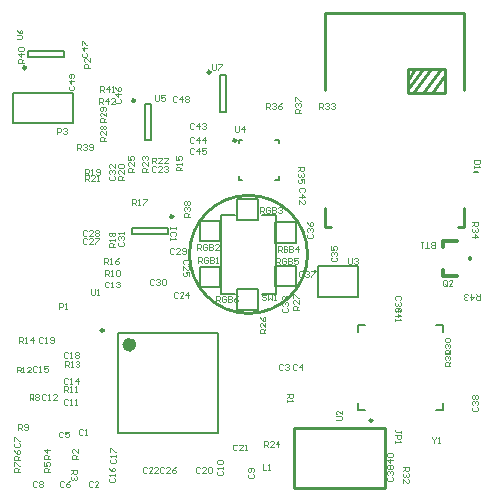
<source format=gto>
%FSAX43Y43*%
%MOMM*%
G71*
G01*
G75*
G04 Layer_Color=65535*
%ADD10C,0.203*%
%ADD11R,0.600X0.500*%
%ADD12R,1.270X0.914*%
%ADD13R,0.914X0.914*%
%ADD14R,0.650X1.100*%
%ADD15R,1.100X0.650*%
%ADD16R,0.500X0.600*%
%ADD17R,0.762X0.762*%
%ADD18R,0.762X0.762*%
%ADD19R,0.450X0.450*%
G04:AMPARAMS|DCode=20|XSize=5mm|YSize=5mm|CornerRadius=0.5mm|HoleSize=0mm|Usage=FLASHONLY|Rotation=90.000|XOffset=0mm|YOffset=0mm|HoleType=Round|Shape=RoundedRectangle|*
%AMROUNDEDRECTD20*
21,1,5.000,4.000,0,0,90.0*
21,1,4.000,5.000,0,0,90.0*
1,1,1.000,2.000,2.000*
1,1,1.000,2.000,-2.000*
1,1,1.000,-2.000,-2.000*
1,1,1.000,-2.000,2.000*
%
%ADD20ROUNDEDRECTD20*%
%ADD21O,1.050X0.250*%
%ADD22O,0.250X1.050*%
G04:AMPARAMS|DCode=23|XSize=0.25mm|YSize=0.7mm|CornerRadius=0.063mm|HoleSize=0mm|Usage=FLASHONLY|Rotation=90.000|XOffset=0mm|YOffset=0mm|HoleType=Round|Shape=RoundedRectangle|*
%AMROUNDEDRECTD23*
21,1,0.250,0.575,0,0,90.0*
21,1,0.125,0.700,0,0,90.0*
1,1,0.125,0.287,0.063*
1,1,0.125,0.287,-0.063*
1,1,0.125,-0.287,-0.063*
1,1,0.125,-0.287,0.063*
%
%ADD23ROUNDEDRECTD23*%
G04:AMPARAMS|DCode=24|XSize=0.25mm|YSize=0.7mm|CornerRadius=0.063mm|HoleSize=0mm|Usage=FLASHONLY|Rotation=0.000|XOffset=0mm|YOffset=0mm|HoleType=Round|Shape=RoundedRectangle|*
%AMROUNDEDRECTD24*
21,1,0.250,0.575,0,0,0.0*
21,1,0.125,0.700,0,0,0.0*
1,1,0.125,0.063,-0.287*
1,1,0.125,-0.063,-0.287*
1,1,0.125,-0.063,0.287*
1,1,0.125,0.063,0.287*
%
%ADD24ROUNDEDRECTD24*%
%ADD25R,1.700X1.700*%
%ADD26R,3.000X2.100*%
%ADD27R,1.600X0.800*%
G04:AMPARAMS|DCode=28|XSize=0.6mm|YSize=1.4mm|CornerRadius=0.15mm|HoleSize=0mm|Usage=FLASHONLY|Rotation=270.000|XOffset=0mm|YOffset=0mm|HoleType=Round|Shape=RoundedRectangle|*
%AMROUNDEDRECTD28*
21,1,0.600,1.100,0,0,270.0*
21,1,0.300,1.400,0,0,270.0*
1,1,0.300,-0.550,-0.150*
1,1,0.300,-0.550,0.150*
1,1,0.300,0.550,0.150*
1,1,0.300,0.550,-0.150*
%
%ADD28ROUNDEDRECTD28*%
G04:AMPARAMS|DCode=29|XSize=0.6mm|YSize=1.4mm|CornerRadius=0.15mm|HoleSize=0mm|Usage=FLASHONLY|Rotation=0.000|XOffset=0mm|YOffset=0mm|HoleType=Round|Shape=RoundedRectangle|*
%AMROUNDEDRECTD29*
21,1,0.600,1.100,0,0,0.0*
21,1,0.300,1.400,0,0,0.0*
1,1,0.300,0.150,-0.550*
1,1,0.300,-0.150,-0.550*
1,1,0.300,-0.150,0.550*
1,1,0.300,0.150,0.550*
%
%ADD29ROUNDEDRECTD29*%
%ADD30R,2.700X1.600*%
%ADD31R,2.400X1.600*%
%ADD32R,0.400X1.350*%
%ADD33R,0.800X1.000*%
%ADD34O,0.300X1.800*%
%ADD35O,1.800X0.300*%
%ADD36R,0.700X0.225*%
%ADD37R,0.400X2.000*%
%ADD38C,0.250*%
%ADD39C,0.225*%
%ADD40C,0.400*%
%ADD41C,0.254*%
%ADD42C,0.500*%
%ADD43C,1.524*%
%ADD44R,1.500X1.500*%
%ADD45C,1.500*%
%ADD46C,0.500*%
%ADD47C,0.600*%
%ADD48C,0.305*%
%ADD49C,0.200*%
%ADD50C,0.150*%
%ADD51C,0.070*%
D38*
X0013650Y0023200D02*
G03*
X0013650Y0023200I-0000125J0000000D01*
G01*
X0001200Y0035800D02*
G03*
X0001200Y0035800I-0000125J0000000D01*
G01*
X0016825Y0035425D02*
G03*
X0016825Y0035425I-0000125J0000000D01*
G01*
X0030525Y0005950D02*
G03*
X0030525Y0005950I-0000125J0000000D01*
G01*
X0018995Y0029651D02*
G03*
X0018995Y0029651I-0000125J0000000D01*
G01*
X0007775Y0013550D02*
G03*
X0007775Y0013550I-0000125J0000000D01*
G01*
X0010425Y0033025D02*
G03*
X0010425Y0033025I-0000125J0000000D01*
G01*
D41*
X0025039Y0020000D02*
G03*
X0025039Y0020000I-0005000J0000000D01*
G01*
X0025678Y0018535D02*
G03*
X0025680Y0018527I-0000008J-0000005D01*
G01*
X0033500Y0033700D02*
X0036700D01*
X0033500D02*
Y0035700D01*
X0036700D01*
Y0033700D02*
Y0035700D01*
X0035600Y0033700D02*
X0036700Y0035200D01*
X0034800Y0033700D02*
X0036300Y0035700D01*
X0034000Y0033700D02*
X0035500Y0035700D01*
X0033500Y0034000D02*
X0034800Y0035700D01*
X0033500Y0034800D02*
X0034100Y0035700D01*
X0026500Y0022300D02*
X0027000D01*
X0037800D02*
X0038300D01*
X0026500Y0040400D02*
X0038300D01*
X0026500Y0033900D02*
Y0040400D01*
X0038300Y0033900D02*
Y0040400D01*
X0026500Y0022300D02*
Y0023900D01*
X0038300Y0022300D02*
Y0023900D01*
X0023885Y0000255D02*
Y0005300D01*
X0031560D01*
Y0000260D02*
Y0005300D01*
X0030340Y0000260D02*
X0031560D01*
X0023885D02*
X0030340D01*
D47*
X0010250Y0012350D02*
G03*
X0010250Y0012350I-0000300J0000000D01*
G01*
D48*
X0036541Y0021113D02*
X0037684D01*
X0036541Y0018192D02*
X0037684D01*
X0036541Y0020605D02*
Y0021113D01*
X0038827Y0019589D02*
Y0019716D01*
X0036541Y0018192D02*
Y0018700D01*
D49*
X0013250Y0021750D02*
Y0022250D01*
X0010150Y0021750D02*
Y0022250D01*
X0013250D01*
X0010150Y0021750D02*
X0013250D01*
X0001350Y0036750D02*
Y0037250D01*
X0004450Y0036750D02*
Y0037250D01*
X0001350Y0036750D02*
X0004450D01*
X0001350Y0037250D02*
X0004450D01*
X0017650Y0035150D02*
X0018150D01*
X0017650Y0032050D02*
X0018150D01*
X0017650D02*
Y0035150D01*
X0018150Y0032050D02*
Y0035150D01*
X0029300Y0006800D02*
X0029875D01*
X0029300D02*
Y0007375D01*
X0035925Y0006800D02*
X0036500D01*
Y0007375D01*
X0035925Y0014000D02*
X0036500D01*
Y0013425D02*
Y0014000D01*
X0029300D02*
X0029875D01*
X0029300Y0013425D02*
Y0014000D01*
X0022300Y0029700D02*
X0022600D01*
Y0029400D02*
Y0029700D01*
X0019200Y0029400D02*
Y0029700D01*
X0019500D01*
X0019200Y0026300D02*
Y0026600D01*
Y0026300D02*
X0019500D01*
X0022600D02*
Y0026600D01*
X0022300Y0026300D02*
X0022600D01*
X0039150Y0027000D02*
X0039450D01*
X0000090Y0031130D02*
Y0033670D01*
X0005170D01*
Y0031130D02*
Y0033670D01*
X0000090Y0031130D02*
X0005170D01*
X0008950Y0004850D02*
X0017450D01*
X0008950Y0013350D02*
X0017450D01*
Y0004850D02*
Y0013350D01*
X0008950Y0004850D02*
Y0013350D01*
X0029320Y0016410D02*
Y0018980D01*
X0025910Y0016410D02*
X0029320D01*
X0025910Y0018980D02*
X0029320D01*
X0025910Y0016410D02*
Y0018980D01*
X0011250Y0032750D02*
X0011750D01*
X0011250Y0029650D02*
X0011750D01*
X0011250D02*
Y0032750D01*
X0011750Y0029650D02*
Y0032750D01*
D50*
X0022300Y0017300D02*
X0024050D01*
Y0019050D01*
X0022300D02*
X0024050D01*
X0022300Y0017300D02*
Y0019050D01*
Y0021000D02*
X0024050D01*
Y0022750D01*
X0022300D02*
X0024050D01*
X0022300Y0021000D02*
Y0022750D01*
X0019100Y0022900D02*
X0020850D01*
Y0024650D01*
X0019100D02*
X0020850D01*
X0019100Y0022900D02*
Y0024650D01*
X0015900Y0021100D02*
X0017650D01*
Y0022850D01*
X0015900D02*
X0017650D01*
X0015900Y0021100D02*
Y0022850D01*
Y0017200D02*
X0017650D01*
Y0018950D01*
X0015900D02*
X0017650D01*
X0015900Y0017200D02*
Y0018950D01*
X0019100Y0015300D02*
Y0017050D01*
X0020850D01*
Y0015300D02*
Y0017050D01*
X0019100Y0015300D02*
X0020850D01*
X0017725Y0023325D02*
X0018875D01*
X0021175D02*
X0022325D01*
X0017725Y0016675D02*
X0018875D01*
X0021175D02*
X0022325D01*
Y0023325D01*
X0017725Y0016675D02*
Y0023325D01*
D51*
X0039650Y0016675D02*
Y0016175D01*
X0039400D01*
X0039317Y0016258D01*
Y0016425D01*
X0039400Y0016508D01*
X0039650D01*
X0039483D02*
X0039317Y0016675D01*
X0038900D02*
Y0016175D01*
X0039150Y0016425D01*
X0038817D01*
X0038650Y0016258D02*
X0038567Y0016175D01*
X0038400D01*
X0038317Y0016258D01*
Y0016342D01*
X0038400Y0016425D01*
X0038484D01*
X0038400D01*
X0038317Y0016508D01*
Y0016592D01*
X0038400Y0016675D01*
X0038567D01*
X0038650Y0016592D01*
X0036808Y0017433D02*
Y0017767D01*
X0036725Y0017850D01*
X0036558D01*
X0036475Y0017767D01*
Y0017433D01*
X0036558Y0017350D01*
X0036725D01*
X0036642Y0017517D02*
X0036808Y0017350D01*
X0036725D02*
X0036808Y0017433D01*
X0037308Y0017350D02*
X0036975D01*
X0037308Y0017683D01*
Y0017767D01*
X0037225Y0017850D01*
X0037058D01*
X0036975Y0017767D01*
X0035567Y0004568D02*
Y0004485D01*
X0035733Y0004318D01*
X0035900Y0004485D01*
Y0004568D01*
X0035733Y0004318D02*
Y0004069D01*
X0036066D02*
X0036233D01*
X0036150D01*
Y0004568D01*
X0036066Y0004485D01*
X0011900Y0027700D02*
Y0028200D01*
X0012150D01*
X0012233Y0028117D01*
Y0027950D01*
X0012150Y0027867D01*
X0011900D01*
X0012067D02*
X0012233Y0027700D01*
X0012733D02*
X0012400D01*
X0012733Y0028033D01*
Y0028117D01*
X0012650Y0028200D01*
X0012483D01*
X0012400Y0028117D01*
X0013233Y0027700D02*
X0012900D01*
X0013233Y0028033D01*
Y0028117D01*
X0013150Y0028200D01*
X0012983D01*
X0012900Y0028117D01*
X0010200Y0024200D02*
Y0024700D01*
X0010450D01*
X0010533Y0024617D01*
Y0024450D01*
X0010450Y0024367D01*
X0010200D01*
X0010367D02*
X0010533Y0024200D01*
X0010700D02*
X0010866D01*
X0010783D01*
Y0024700D01*
X0010700Y0024617D01*
X0011116Y0024700D02*
X0011450D01*
Y0024617D01*
X0011116Y0024283D01*
Y0024200D01*
X0007800Y0019200D02*
Y0019700D01*
X0008050D01*
X0008133Y0019617D01*
Y0019450D01*
X0008050Y0019367D01*
X0007800D01*
X0007967D02*
X0008133Y0019200D01*
X0008300D02*
X0008466D01*
X0008383D01*
Y0019700D01*
X0008300Y0019617D01*
X0009050Y0019700D02*
X0008883Y0019617D01*
X0008716Y0019450D01*
Y0019283D01*
X0008800Y0019200D01*
X0008966D01*
X0009050Y0019283D01*
Y0019367D01*
X0008966Y0019450D01*
X0008716D01*
X0014400Y0027100D02*
X0013900D01*
Y0027350D01*
X0013983Y0027433D01*
X0014150D01*
X0014233Y0027350D01*
Y0027100D01*
Y0027267D02*
X0014400Y0027433D01*
Y0027600D02*
Y0027766D01*
Y0027683D01*
X0013900D01*
X0013983Y0027600D01*
X0013900Y0028350D02*
Y0028016D01*
X0014150D01*
X0014067Y0028183D01*
Y0028266D01*
X0014150Y0028350D01*
X0014317D01*
X0014400Y0028266D01*
Y0028100D01*
X0014317Y0028016D01*
X0013900Y0022300D02*
Y0022133D01*
Y0022217D01*
X0013400D01*
Y0022300D01*
Y0022133D01*
X0013817Y0021550D02*
X0013900Y0021634D01*
Y0021800D01*
X0013817Y0021883D01*
X0013483D01*
X0013400Y0021800D01*
Y0021634D01*
X0013483Y0021550D01*
X0013400Y0021384D02*
Y0021217D01*
Y0021300D01*
X0013900D01*
X0013817Y0021384D01*
X0012233Y0027417D02*
X0012150Y0027500D01*
X0011983D01*
X0011900Y0027417D01*
Y0027083D01*
X0011983Y0027000D01*
X0012150D01*
X0012233Y0027083D01*
X0012733Y0027000D02*
X0012400D01*
X0012733Y0027333D01*
Y0027417D01*
X0012650Y0027500D01*
X0012483D01*
X0012400Y0027417D01*
X0012900D02*
X0012983Y0027500D01*
X0013150D01*
X0013233Y0027417D01*
Y0027333D01*
X0013150Y0027250D01*
X0013066D01*
X0013150D01*
X0013233Y0027167D01*
Y0027083D01*
X0013150Y0027000D01*
X0012983D01*
X0012900Y0027083D01*
X0016950Y0036100D02*
Y0035683D01*
X0017033Y0035600D01*
X0017200D01*
X0017283Y0035683D01*
Y0036100D01*
X0017450D02*
X0017783D01*
Y0036017D01*
X0017450Y0035683D01*
Y0035600D01*
X0000400Y0038200D02*
X0000817D01*
X0000900Y0038283D01*
Y0038450D01*
X0000817Y0038533D01*
X0000400D01*
Y0039033D02*
X0000483Y0038866D01*
X0000650Y0038700D01*
X0000817D01*
X0000900Y0038783D01*
Y0038950D01*
X0000817Y0039033D01*
X0000733D01*
X0000650Y0038950D01*
Y0038700D01*
X0012100Y0033525D02*
Y0033108D01*
X0012183Y0033025D01*
X0012350D01*
X0012433Y0033108D01*
Y0033525D01*
X0012933D02*
X0012600D01*
Y0033275D01*
X0012766Y0033358D01*
X0012850D01*
X0012933Y0033275D01*
Y0033108D01*
X0012850Y0033025D01*
X0012683D01*
X0012600Y0033108D01*
X0028475Y0019675D02*
Y0019258D01*
X0028558Y0019175D01*
X0028725D01*
X0028808Y0019258D01*
Y0019675D01*
X0028975Y0019592D02*
X0029058Y0019675D01*
X0029225D01*
X0029308Y0019592D01*
Y0019508D01*
X0029225Y0019425D01*
X0029141D01*
X0029225D01*
X0029308Y0019342D01*
Y0019258D01*
X0029225Y0019175D01*
X0029058D01*
X0028975Y0019258D01*
X0006736Y0017080D02*
Y0016664D01*
X0006819Y0016580D01*
X0006986D01*
X0007069Y0016664D01*
Y0017080D01*
X0007236Y0016580D02*
X0007402D01*
X0007319D01*
Y0017080D01*
X0007236Y0016997D01*
X0021533Y0016517D02*
X0021450Y0016600D01*
X0021283D01*
X0021200Y0016517D01*
Y0016433D01*
X0021283Y0016350D01*
X0021450D01*
X0021533Y0016267D01*
Y0016183D01*
X0021450Y0016100D01*
X0021283D01*
X0021200Y0016183D01*
X0021700Y0016600D02*
Y0016100D01*
X0021866Y0016267D01*
X0022033Y0016100D01*
Y0016600D01*
X0022200Y0016100D02*
X0022366D01*
X0022283D01*
Y0016600D01*
X0022200Y0016517D01*
X0007375Y0032725D02*
Y0033225D01*
X0007625D01*
X0007708Y0033142D01*
Y0032975D01*
X0007625Y0032892D01*
X0007375D01*
X0007542D02*
X0007708Y0032725D01*
X0008125D02*
Y0033225D01*
X0007875Y0032975D01*
X0008208D01*
X0008708Y0032725D02*
X0008375D01*
X0008708Y0033058D01*
Y0033142D01*
X0008625Y0033225D01*
X0008458D01*
X0008375Y0033142D01*
X0007450Y0033775D02*
Y0034275D01*
X0007700D01*
X0007783Y0034192D01*
Y0034025D01*
X0007700Y0033942D01*
X0007450D01*
X0007617D02*
X0007783Y0033775D01*
X0008200D02*
Y0034275D01*
X0007950Y0034025D01*
X0008283D01*
X0008450Y0033775D02*
X0008616D01*
X0008533D01*
Y0034275D01*
X0008450Y0034192D01*
X0001000Y0036200D02*
X0000500D01*
Y0036450D01*
X0000583Y0036533D01*
X0000750D01*
X0000833Y0036450D01*
Y0036200D01*
Y0036367D02*
X0001000Y0036533D01*
Y0036950D02*
X0000500D01*
X0000750Y0036700D01*
Y0037033D01*
X0000583Y0037200D02*
X0000500Y0037283D01*
Y0037450D01*
X0000583Y0037533D01*
X0000917D01*
X0001000Y0037450D01*
Y0037283D01*
X0000917Y0037200D01*
X0000583D01*
X0005550Y0028850D02*
Y0029350D01*
X0005800D01*
X0005883Y0029267D01*
Y0029100D01*
X0005800Y0029017D01*
X0005550D01*
X0005717D02*
X0005883Y0028850D01*
X0006050Y0029267D02*
X0006133Y0029350D01*
X0006300D01*
X0006383Y0029267D01*
Y0029183D01*
X0006300Y0029100D01*
X0006216D01*
X0006300D01*
X0006383Y0029017D01*
Y0028933D01*
X0006300Y0028850D01*
X0006133D01*
X0006050Y0028933D01*
X0006550D02*
X0006633Y0028850D01*
X0006800D01*
X0006883Y0028933D01*
Y0029267D01*
X0006800Y0029350D01*
X0006633D01*
X0006550Y0029267D01*
Y0029183D01*
X0006633Y0029100D01*
X0006883D01*
X0024500Y0032000D02*
X0024000D01*
Y0032250D01*
X0024083Y0032333D01*
X0024250D01*
X0024333Y0032250D01*
Y0032000D01*
Y0032167D02*
X0024500Y0032333D01*
X0024083Y0032500D02*
X0024000Y0032583D01*
Y0032750D01*
X0024083Y0032833D01*
X0024167D01*
X0024250Y0032750D01*
Y0032666D01*
Y0032750D01*
X0024333Y0032833D01*
X0024417D01*
X0024500Y0032750D01*
Y0032583D01*
X0024417Y0032500D01*
X0024000Y0033000D02*
Y0033333D01*
X0024083D01*
X0024417Y0033000D01*
X0024500D01*
X0021500Y0032300D02*
Y0032800D01*
X0021750D01*
X0021833Y0032717D01*
Y0032550D01*
X0021750Y0032467D01*
X0021500D01*
X0021667D02*
X0021833Y0032300D01*
X0022000Y0032717D02*
X0022083Y0032800D01*
X0022250D01*
X0022333Y0032717D01*
Y0032633D01*
X0022250Y0032550D01*
X0022166D01*
X0022250D01*
X0022333Y0032467D01*
Y0032383D01*
X0022250Y0032300D01*
X0022083D01*
X0022000Y0032383D01*
X0022833Y0032800D02*
X0022666Y0032717D01*
X0022500Y0032550D01*
Y0032383D01*
X0022583Y0032300D01*
X0022750D01*
X0022833Y0032383D01*
Y0032467D01*
X0022750Y0032550D01*
X0022500D01*
X0024200Y0027400D02*
X0024700D01*
Y0027150D01*
X0024617Y0027067D01*
X0024450D01*
X0024367Y0027150D01*
Y0027400D01*
Y0027233D02*
X0024200Y0027067D01*
X0024617Y0026900D02*
X0024700Y0026817D01*
Y0026650D01*
X0024617Y0026567D01*
X0024533D01*
X0024450Y0026650D01*
Y0026734D01*
Y0026650D01*
X0024367Y0026567D01*
X0024283D01*
X0024200Y0026650D01*
Y0026817D01*
X0024283Y0026900D01*
X0024700Y0026067D02*
Y0026400D01*
X0024450D01*
X0024533Y0026234D01*
Y0026150D01*
X0024450Y0026067D01*
X0024283D01*
X0024200Y0026150D01*
Y0026317D01*
X0024283Y0026400D01*
X0039000Y0022700D02*
X0039500D01*
Y0022450D01*
X0039417Y0022367D01*
X0039250D01*
X0039167Y0022450D01*
Y0022700D01*
Y0022533D02*
X0039000Y0022367D01*
X0039417Y0022200D02*
X0039500Y0022117D01*
Y0021950D01*
X0039417Y0021867D01*
X0039333D01*
X0039250Y0021950D01*
Y0022034D01*
Y0021950D01*
X0039167Y0021867D01*
X0039083D01*
X0039000Y0021950D01*
Y0022117D01*
X0039083Y0022200D01*
X0039000Y0021450D02*
X0039500D01*
X0039250Y0021700D01*
Y0021367D01*
X0026000Y0032300D02*
Y0032800D01*
X0026250D01*
X0026333Y0032717D01*
Y0032550D01*
X0026250Y0032467D01*
X0026000D01*
X0026167D02*
X0026333Y0032300D01*
X0026500Y0032717D02*
X0026583Y0032800D01*
X0026750D01*
X0026833Y0032717D01*
Y0032633D01*
X0026750Y0032550D01*
X0026666D01*
X0026750D01*
X0026833Y0032467D01*
Y0032383D01*
X0026750Y0032300D01*
X0026583D01*
X0026500Y0032383D01*
X0027000Y0032717D02*
X0027083Y0032800D01*
X0027250D01*
X0027333Y0032717D01*
Y0032633D01*
X0027250Y0032550D01*
X0027166D01*
X0027250D01*
X0027333Y0032467D01*
Y0032383D01*
X0027250Y0032300D01*
X0027083D01*
X0027000Y0032383D01*
X0033100Y0002000D02*
X0033600D01*
Y0001750D01*
X0033517Y0001667D01*
X0033350D01*
X0033267Y0001750D01*
Y0002000D01*
Y0001833D02*
X0033100Y0001667D01*
X0033517Y0001500D02*
X0033600Y0001417D01*
Y0001250D01*
X0033517Y0001167D01*
X0033433D01*
X0033350Y0001250D01*
Y0001334D01*
Y0001250D01*
X0033267Y0001167D01*
X0033183D01*
X0033100Y0001250D01*
Y0001417D01*
X0033183Y0001500D01*
X0033100Y0000667D02*
Y0001000D01*
X0033433Y0000667D01*
X0033517D01*
X0033600Y0000750D01*
Y0000917D01*
X0033517Y0001000D01*
X0037136Y0010586D02*
X0036636D01*
Y0010836D01*
X0036720Y0010919D01*
X0036886D01*
X0036970Y0010836D01*
Y0010586D01*
Y0010753D02*
X0037136Y0010919D01*
X0036720Y0011086D02*
X0036636Y0011169D01*
Y0011336D01*
X0036720Y0011419D01*
X0036803D01*
X0036886Y0011336D01*
Y0011253D01*
Y0011336D01*
X0036970Y0011419D01*
X0037053D01*
X0037136Y0011336D01*
Y0011169D01*
X0037053Y0011086D01*
X0037136Y0011586D02*
Y0011752D01*
Y0011669D01*
X0036636D01*
X0036720Y0011586D01*
X0037136Y0011586D02*
X0036636D01*
Y0011836D01*
X0036720Y0011919D01*
X0036886D01*
X0036970Y0011836D01*
Y0011586D01*
Y0011753D02*
X0037136Y0011919D01*
X0036720Y0012086D02*
X0036636Y0012169D01*
Y0012336D01*
X0036720Y0012419D01*
X0036803D01*
X0036886Y0012336D01*
Y0012253D01*
Y0012336D01*
X0036970Y0012419D01*
X0037053D01*
X0037136Y0012336D01*
Y0012169D01*
X0037053Y0012086D01*
X0036720Y0012586D02*
X0036636Y0012669D01*
Y0012836D01*
X0036720Y0012919D01*
X0037053D01*
X0037136Y0012836D01*
Y0012669D01*
X0037053Y0012586D01*
X0036720D01*
X0007975Y0031175D02*
X0007475D01*
Y0031425D01*
X0007558Y0031508D01*
X0007725D01*
X0007808Y0031425D01*
Y0031175D01*
Y0031342D02*
X0007975Y0031508D01*
Y0032008D02*
Y0031675D01*
X0007642Y0032008D01*
X0007558D01*
X0007475Y0031925D01*
Y0031758D01*
X0007558Y0031675D01*
X0007892Y0032175D02*
X0007975Y0032258D01*
Y0032425D01*
X0007892Y0032508D01*
X0007558D01*
X0007475Y0032425D01*
Y0032258D01*
X0007558Y0032175D01*
X0007642D01*
X0007725Y0032258D01*
Y0032508D01*
X0007950Y0029575D02*
X0007450D01*
Y0029825D01*
X0007533Y0029908D01*
X0007700D01*
X0007783Y0029825D01*
Y0029575D01*
Y0029742D02*
X0007950Y0029908D01*
Y0030408D02*
Y0030075D01*
X0007617Y0030408D01*
X0007533D01*
X0007450Y0030325D01*
Y0030158D01*
X0007533Y0030075D01*
Y0030575D02*
X0007450Y0030658D01*
Y0030825D01*
X0007533Y0030908D01*
X0007617D01*
X0007700Y0030825D01*
X0007783Y0030908D01*
X0007867D01*
X0007950Y0030825D01*
Y0030658D01*
X0007867Y0030575D01*
X0007783D01*
X0007700Y0030658D01*
X0007617Y0030575D01*
X0007533D01*
X0007700Y0030658D02*
Y0030825D01*
X0024300Y0015275D02*
X0023800D01*
Y0015525D01*
X0023883Y0015608D01*
X0024050D01*
X0024133Y0015525D01*
Y0015275D01*
Y0015442D02*
X0024300Y0015608D01*
Y0016108D02*
Y0015775D01*
X0023967Y0016108D01*
X0023883D01*
X0023800Y0016025D01*
Y0015858D01*
X0023883Y0015775D01*
X0023800Y0016275D02*
Y0016608D01*
X0023883D01*
X0024217Y0016275D01*
X0024300D01*
X0021475Y0013375D02*
X0020975D01*
Y0013625D01*
X0021058Y0013708D01*
X0021225D01*
X0021308Y0013625D01*
Y0013375D01*
Y0013542D02*
X0021475Y0013708D01*
Y0014208D02*
Y0013875D01*
X0021142Y0014208D01*
X0021058D01*
X0020975Y0014125D01*
Y0013958D01*
X0021058Y0013875D01*
X0020975Y0014708D02*
X0021058Y0014541D01*
X0021225Y0014375D01*
X0021392D01*
X0021475Y0014458D01*
Y0014625D01*
X0021392Y0014708D01*
X0021308D01*
X0021225Y0014625D01*
Y0014375D01*
X0021325Y0003725D02*
Y0004225D01*
X0021575D01*
X0021658Y0004142D01*
Y0003975D01*
X0021575Y0003892D01*
X0021325D01*
X0021492D02*
X0021658Y0003725D01*
X0022158D02*
X0021825D01*
X0022158Y0004058D01*
Y0004142D01*
X0022075Y0004225D01*
X0021908D01*
X0021825Y0004142D01*
X0022575Y0003725D02*
Y0004225D01*
X0022325Y0003975D01*
X0022658D01*
X0010300Y0027000D02*
X0009800D01*
Y0027250D01*
X0009883Y0027333D01*
X0010050D01*
X0010133Y0027250D01*
Y0027000D01*
Y0027167D02*
X0010300Y0027333D01*
Y0027833D02*
Y0027500D01*
X0009967Y0027833D01*
X0009883D01*
X0009800Y0027750D01*
Y0027583D01*
X0009883Y0027500D01*
X0009800Y0028333D02*
Y0028000D01*
X0010050D01*
X0009967Y0028166D01*
Y0028250D01*
X0010050Y0028333D01*
X0010217D01*
X0010300Y0028250D01*
Y0028083D01*
X0010217Y0028000D01*
X0011500Y0027000D02*
X0011000D01*
Y0027250D01*
X0011083Y0027333D01*
X0011250D01*
X0011333Y0027250D01*
Y0027000D01*
Y0027167D02*
X0011500Y0027333D01*
Y0027833D02*
Y0027500D01*
X0011167Y0027833D01*
X0011083D01*
X0011000Y0027750D01*
Y0027583D01*
X0011083Y0027500D01*
Y0028000D02*
X0011000Y0028083D01*
Y0028250D01*
X0011083Y0028333D01*
X0011167D01*
X0011250Y0028250D01*
Y0028166D01*
Y0028250D01*
X0011333Y0028333D01*
X0011417D01*
X0011500Y0028250D01*
Y0028083D01*
X0011417Y0028000D01*
X0006200Y0026200D02*
Y0026700D01*
X0006450D01*
X0006533Y0026617D01*
Y0026450D01*
X0006450Y0026367D01*
X0006200D01*
X0006367D02*
X0006533Y0026200D01*
X0007033D02*
X0006700D01*
X0007033Y0026533D01*
Y0026617D01*
X0006950Y0026700D01*
X0006783D01*
X0006700Y0026617D01*
X0007200Y0026200D02*
X0007366D01*
X0007283D01*
Y0026700D01*
X0007200Y0026617D01*
X0009500Y0026300D02*
X0009000D01*
Y0026550D01*
X0009083Y0026633D01*
X0009250D01*
X0009333Y0026550D01*
Y0026300D01*
Y0026467D02*
X0009500Y0026633D01*
Y0027133D02*
Y0026800D01*
X0009167Y0027133D01*
X0009083D01*
X0009000Y0027050D01*
Y0026883D01*
X0009083Y0026800D01*
Y0027300D02*
X0009000Y0027383D01*
Y0027550D01*
X0009083Y0027633D01*
X0009417D01*
X0009500Y0027550D01*
Y0027383D01*
X0009417Y0027300D01*
X0009083D01*
X0006200Y0026700D02*
Y0027200D01*
X0006450D01*
X0006533Y0027117D01*
Y0026950D01*
X0006450Y0026867D01*
X0006200D01*
X0006367D02*
X0006533Y0026700D01*
X0006700D02*
X0006866D01*
X0006783D01*
Y0027200D01*
X0006700Y0027117D01*
X0007116Y0026783D02*
X0007200Y0026700D01*
X0007366D01*
X0007450Y0026783D01*
Y0027117D01*
X0007366Y0027200D01*
X0007200D01*
X0007116Y0027117D01*
Y0027033D01*
X0007200Y0026950D01*
X0007450D01*
X0008700Y0020600D02*
X0008200D01*
Y0020850D01*
X0008283Y0020933D01*
X0008450D01*
X0008533Y0020850D01*
Y0020600D01*
Y0020767D02*
X0008700Y0020933D01*
Y0021100D02*
Y0021266D01*
Y0021183D01*
X0008200D01*
X0008283Y0021100D01*
Y0021516D02*
X0008200Y0021600D01*
Y0021766D01*
X0008283Y0021850D01*
X0008367D01*
X0008450Y0021766D01*
X0008533Y0021850D01*
X0008617D01*
X0008700Y0021766D01*
Y0021600D01*
X0008617Y0021516D01*
X0008533D01*
X0008450Y0021600D01*
X0008367Y0021516D01*
X0008283D01*
X0008450Y0021600D02*
Y0021766D01*
X0000625Y0012500D02*
Y0013000D01*
X0000875D01*
X0000958Y0012917D01*
Y0012750D01*
X0000875Y0012667D01*
X0000625D01*
X0000792D02*
X0000958Y0012500D01*
X0001125D02*
X0001291D01*
X0001208D01*
Y0013000D01*
X0001125Y0012917D01*
X0001791Y0012500D02*
Y0013000D01*
X0001541Y0012750D01*
X0001875D01*
X0004475Y0010500D02*
Y0011000D01*
X0004725D01*
X0004808Y0010917D01*
Y0010750D01*
X0004725Y0010667D01*
X0004475D01*
X0004642D02*
X0004808Y0010500D01*
X0004975D02*
X0005141D01*
X0005058D01*
Y0011000D01*
X0004975Y0010917D01*
X0005391D02*
X0005475Y0011000D01*
X0005641D01*
X0005725Y0010917D01*
Y0010833D01*
X0005641Y0010750D01*
X0005558D01*
X0005641D01*
X0005725Y0010667D01*
Y0010583D01*
X0005641Y0010500D01*
X0005475D01*
X0005391Y0010583D01*
X0000400Y0010000D02*
Y0010500D01*
X0000650D01*
X0000733Y0010417D01*
Y0010250D01*
X0000650Y0010167D01*
X0000400D01*
X0000567D02*
X0000733Y0010000D01*
X0000900D02*
X0001066D01*
X0000983D01*
Y0010500D01*
X0000900Y0010417D01*
X0001650Y0010000D02*
X0001316D01*
X0001650Y0010333D01*
Y0010417D01*
X0001566Y0010500D01*
X0001400D01*
X0001316Y0010417D01*
X0004400Y0008325D02*
Y0008825D01*
X0004650D01*
X0004733Y0008742D01*
Y0008575D01*
X0004650Y0008492D01*
X0004400D01*
X0004567D02*
X0004733Y0008325D01*
X0004900D02*
X0005066D01*
X0004983D01*
Y0008825D01*
X0004900Y0008742D01*
X0005316Y0008325D02*
X0005483D01*
X0005400D01*
Y0008825D01*
X0005316Y0008742D01*
X0007900Y0018200D02*
Y0018700D01*
X0008150D01*
X0008233Y0018617D01*
Y0018450D01*
X0008150Y0018367D01*
X0007900D01*
X0008067D02*
X0008233Y0018200D01*
X0008400D02*
X0008566D01*
X0008483D01*
Y0018700D01*
X0008400Y0018617D01*
X0008816D02*
X0008900Y0018700D01*
X0009066D01*
X0009150Y0018617D01*
Y0018283D01*
X0009066Y0018200D01*
X0008900D01*
X0008816Y0018283D01*
Y0018617D01*
X0000550Y0005100D02*
Y0005600D01*
X0000800D01*
X0000883Y0005517D01*
Y0005350D01*
X0000800Y0005267D01*
X0000550D01*
X0000717D02*
X0000883Y0005100D01*
X0001050Y0005183D02*
X0001133Y0005100D01*
X0001300D01*
X0001383Y0005183D01*
Y0005517D01*
X0001300Y0005600D01*
X0001133D01*
X0001050Y0005517D01*
Y0005433D01*
X0001133Y0005350D01*
X0001383D01*
X0001500Y0007700D02*
Y0008200D01*
X0001750D01*
X0001833Y0008117D01*
Y0007950D01*
X0001750Y0007867D01*
X0001500D01*
X0001667D02*
X0001833Y0007700D01*
X0002000Y0008117D02*
X0002083Y0008200D01*
X0002250D01*
X0002333Y0008117D01*
Y0008033D01*
X0002250Y0007950D01*
X0002333Y0007867D01*
Y0007783D01*
X0002250Y0007700D01*
X0002083D01*
X0002000Y0007783D01*
Y0007867D01*
X0002083Y0007950D01*
X0002000Y0008033D01*
Y0008117D01*
X0002083Y0007950D02*
X0002250D01*
X0000700Y0001600D02*
X0000200D01*
Y0001850D01*
X0000283Y0001933D01*
X0000450D01*
X0000533Y0001850D01*
Y0001600D01*
Y0001767D02*
X0000700Y0001933D01*
X0000200Y0002100D02*
Y0002433D01*
X0000283D01*
X0000617Y0002100D01*
X0000700D01*
Y0002600D02*
X0000200D01*
Y0002850D01*
X0000283Y0002933D01*
X0000450D01*
X0000533Y0002850D01*
Y0002600D01*
Y0002767D02*
X0000700Y0002933D01*
X0000200Y0003433D02*
X0000283Y0003266D01*
X0000450Y0003100D01*
X0000617D01*
X0000700Y0003183D01*
Y0003350D01*
X0000617Y0003433D01*
X0000533D01*
X0000450Y0003350D01*
Y0003100D01*
X0003200Y0001600D02*
X0002700D01*
Y0001850D01*
X0002783Y0001933D01*
X0002950D01*
X0003033Y0001850D01*
Y0001600D01*
Y0001767D02*
X0003200Y0001933D01*
X0002700Y0002433D02*
Y0002100D01*
X0002950D01*
X0002867Y0002266D01*
Y0002350D01*
X0002950Y0002433D01*
X0003117D01*
X0003200Y0002350D01*
Y0002183D01*
X0003117Y0002100D01*
X0003200Y0002700D02*
X0002700D01*
Y0002950D01*
X0002783Y0003033D01*
X0002950D01*
X0003033Y0002950D01*
Y0002700D01*
Y0002867D02*
X0003200Y0003033D01*
Y0003450D02*
X0002700D01*
X0002950Y0003200D01*
Y0003533D01*
X0005000Y0001700D02*
X0005500D01*
Y0001450D01*
X0005417Y0001367D01*
X0005250D01*
X0005167Y0001450D01*
Y0001700D01*
Y0001533D02*
X0005000Y0001367D01*
X0005417Y0001200D02*
X0005500Y0001117D01*
Y0000950D01*
X0005417Y0000867D01*
X0005333D01*
X0005250Y0000950D01*
Y0001034D01*
Y0000950D01*
X0005167Y0000867D01*
X0005083D01*
X0005000Y0000950D01*
Y0001117D01*
X0005083Y0001200D01*
X0005600Y0002700D02*
X0005100D01*
Y0002950D01*
X0005183Y0003033D01*
X0005350D01*
X0005433Y0002950D01*
Y0002700D01*
Y0002867D02*
X0005600Y0003033D01*
Y0003533D02*
Y0003200D01*
X0005267Y0003533D01*
X0005183D01*
X0005100Y0003450D01*
Y0003283D01*
X0005183Y0003200D01*
X0023300Y0008200D02*
X0023800D01*
Y0007950D01*
X0023717Y0007867D01*
X0023550D01*
X0023467Y0007950D01*
Y0008200D01*
Y0008033D02*
X0023300Y0007867D01*
Y0007700D02*
Y0007534D01*
Y0007617D01*
X0023800D01*
X0023717Y0007700D01*
X0003800Y0030200D02*
Y0030700D01*
X0004050D01*
X0004133Y0030617D01*
Y0030450D01*
X0004050Y0030367D01*
X0003800D01*
X0004300Y0030617D02*
X0004383Y0030700D01*
X0004550D01*
X0004633Y0030617D01*
Y0030533D01*
X0004550Y0030450D01*
X0004466D01*
X0004550D01*
X0004633Y0030367D01*
Y0030283D01*
X0004550Y0030200D01*
X0004383D01*
X0004300Y0030283D01*
X0006600Y0035800D02*
X0006100D01*
Y0036050D01*
X0006183Y0036133D01*
X0006350D01*
X0006433Y0036050D01*
Y0035800D01*
X0006600Y0036633D02*
Y0036300D01*
X0006267Y0036633D01*
X0006183D01*
X0006100Y0036550D01*
Y0036383D01*
X0006183Y0036300D01*
X0021225Y0002250D02*
Y0001750D01*
X0021558D01*
X0021725D02*
X0021891D01*
X0021808D01*
Y0002250D01*
X0021725Y0002167D01*
X0032961Y0004842D02*
Y0005008D01*
Y0004925D01*
X0032544D01*
X0032461Y0005008D01*
Y0005092D01*
X0032544Y0005175D01*
X0032461Y0004675D02*
X0032961D01*
Y0004425D01*
X0032877Y0004342D01*
X0032711D01*
X0032628Y0004425D01*
Y0004675D01*
X0032461Y0004175D02*
Y0004009D01*
Y0004092D01*
X0032961D01*
X0032877Y0004175D01*
X0039600Y0028000D02*
X0039100D01*
Y0027750D01*
X0039183Y0027667D01*
X0039517D01*
X0039600Y0027750D01*
Y0028000D01*
X0039100Y0027500D02*
Y0027334D01*
Y0027417D01*
X0039600D01*
X0039517Y0027500D01*
X0005983Y0037033D02*
X0005900Y0036950D01*
Y0036783D01*
X0005983Y0036700D01*
X0006317D01*
X0006400Y0036783D01*
Y0036950D01*
X0006317Y0037033D01*
X0006400Y0037450D02*
X0005900D01*
X0006150Y0037200D01*
Y0037533D01*
X0005900Y0037700D02*
Y0038033D01*
X0005983D01*
X0006317Y0037700D01*
X0006400D01*
X0014008Y0033292D02*
X0013925Y0033375D01*
X0013758D01*
X0013675Y0033292D01*
Y0032958D01*
X0013758Y0032875D01*
X0013925D01*
X0014008Y0032958D01*
X0014425Y0032875D02*
Y0033375D01*
X0014175Y0033125D01*
X0014508D01*
X0014675Y0033292D02*
X0014758Y0033375D01*
X0014925D01*
X0015008Y0033292D01*
Y0033208D01*
X0014925Y0033125D01*
X0015008Y0033042D01*
Y0032958D01*
X0014925Y0032875D01*
X0014758D01*
X0014675Y0032958D01*
Y0033042D01*
X0014758Y0033125D01*
X0014675Y0033208D01*
Y0033292D01*
X0014758Y0033125D02*
X0014925D01*
X0008833Y0033183D02*
X0008750Y0033100D01*
Y0032933D01*
X0008833Y0032850D01*
X0009167D01*
X0009250Y0032933D01*
Y0033100D01*
X0009167Y0033183D01*
X0009250Y0033600D02*
X0008750D01*
X0009000Y0033350D01*
Y0033683D01*
X0008750Y0034183D02*
X0008833Y0034016D01*
X0009000Y0033850D01*
X0009167D01*
X0009250Y0033933D01*
Y0034100D01*
X0009167Y0034183D01*
X0009083D01*
X0009000Y0034100D01*
Y0033850D01*
X0015433Y0028917D02*
X0015350Y0029000D01*
X0015183D01*
X0015100Y0028917D01*
Y0028583D01*
X0015183Y0028500D01*
X0015350D01*
X0015433Y0028583D01*
X0015850Y0028500D02*
Y0029000D01*
X0015600Y0028750D01*
X0015933D01*
X0016433Y0029000D02*
X0016100D01*
Y0028750D01*
X0016266Y0028833D01*
X0016350D01*
X0016433Y0028750D01*
Y0028583D01*
X0016350Y0028500D01*
X0016183D01*
X0016100Y0028583D01*
X0015433Y0029817D02*
X0015350Y0029900D01*
X0015183D01*
X0015100Y0029817D01*
Y0029483D01*
X0015183Y0029400D01*
X0015350D01*
X0015433Y0029483D01*
X0015850Y0029400D02*
Y0029900D01*
X0015600Y0029650D01*
X0015933D01*
X0016350Y0029400D02*
Y0029900D01*
X0016100Y0029650D01*
X0016433D01*
X0015433Y0031017D02*
X0015350Y0031100D01*
X0015183D01*
X0015100Y0031017D01*
Y0030683D01*
X0015183Y0030600D01*
X0015350D01*
X0015433Y0030683D01*
X0015850Y0030600D02*
Y0031100D01*
X0015600Y0030850D01*
X0015933D01*
X0016100Y0031017D02*
X0016183Y0031100D01*
X0016350D01*
X0016433Y0031017D01*
Y0030933D01*
X0016350Y0030850D01*
X0016266D01*
X0016350D01*
X0016433Y0030767D01*
Y0030683D01*
X0016350Y0030600D01*
X0016183D01*
X0016100Y0030683D01*
X0031820Y0002144D02*
X0031736Y0002061D01*
Y0001894D01*
X0031820Y0001811D01*
X0032153D01*
X0032236Y0001894D01*
Y0002061D01*
X0032153Y0002144D01*
X0032236Y0002561D02*
X0031736D01*
X0031986Y0002311D01*
Y0002644D01*
X0031820Y0002811D02*
X0031736Y0002894D01*
Y0003061D01*
X0031820Y0003144D01*
X0032153D01*
X0032236Y0003061D01*
Y0002894D01*
X0032153Y0002811D01*
X0031820D01*
Y0001144D02*
X0031736Y0001061D01*
Y0000894D01*
X0031820Y0000811D01*
X0032153D01*
X0032236Y0000894D01*
Y0001061D01*
X0032153Y0001144D01*
X0031820Y0001311D02*
X0031736Y0001394D01*
Y0001561D01*
X0031820Y0001644D01*
X0031903D01*
X0031986Y0001561D01*
Y0001478D01*
Y0001561D01*
X0032070Y0001644D01*
X0032153D01*
X0032236Y0001561D01*
Y0001394D01*
X0032153Y0001311D01*
Y0001811D02*
X0032236Y0001894D01*
Y0002061D01*
X0032153Y0002144D01*
X0031820D01*
X0031736Y0002061D01*
Y0001894D01*
X0031820Y0001811D01*
X0031903D01*
X0031986Y0001894D01*
Y0002144D01*
X0039083Y0007108D02*
X0039000Y0007025D01*
Y0006858D01*
X0039083Y0006775D01*
X0039417D01*
X0039500Y0006858D01*
Y0007025D01*
X0039417Y0007108D01*
X0039083Y0007275D02*
X0039000Y0007358D01*
Y0007525D01*
X0039083Y0007608D01*
X0039167D01*
X0039250Y0007525D01*
Y0007441D01*
Y0007525D01*
X0039333Y0007608D01*
X0039417D01*
X0039500Y0007525D01*
Y0007358D01*
X0039417Y0007275D01*
X0039083Y0007775D02*
X0039000Y0007858D01*
Y0008025D01*
X0039083Y0008108D01*
X0039167D01*
X0039250Y0008025D01*
X0039333Y0008108D01*
X0039417D01*
X0039500Y0008025D01*
Y0007858D01*
X0039417Y0007775D01*
X0039333D01*
X0039250Y0007858D01*
X0039167Y0007775D01*
X0039083D01*
X0039250Y0007858D02*
Y0008025D01*
X0024644Y0018480D02*
X0024561Y0018564D01*
X0024394D01*
X0024311Y0018480D01*
Y0018147D01*
X0024394Y0018064D01*
X0024561D01*
X0024644Y0018147D01*
X0024811Y0018480D02*
X0024894Y0018564D01*
X0025061D01*
X0025144Y0018480D01*
Y0018397D01*
X0025061Y0018314D01*
X0024978D01*
X0025061D01*
X0025144Y0018230D01*
Y0018147D01*
X0025061Y0018064D01*
X0024894D01*
X0024811Y0018147D01*
X0025311Y0018564D02*
X0025644D01*
Y0018480D01*
X0025311Y0018147D01*
Y0018064D01*
X0025108Y0021733D02*
X0025025Y0021650D01*
Y0021483D01*
X0025108Y0021400D01*
X0025442D01*
X0025525Y0021483D01*
Y0021650D01*
X0025442Y0021733D01*
X0025108Y0021900D02*
X0025025Y0021983D01*
Y0022150D01*
X0025108Y0022233D01*
X0025192D01*
X0025275Y0022150D01*
Y0022066D01*
Y0022150D01*
X0025358Y0022233D01*
X0025442D01*
X0025525Y0022150D01*
Y0021983D01*
X0025442Y0021900D01*
X0025025Y0022733D02*
X0025108Y0022566D01*
X0025275Y0022400D01*
X0025442D01*
X0025525Y0022483D01*
Y0022650D01*
X0025442Y0022733D01*
X0025358D01*
X0025275Y0022650D01*
Y0022400D01*
X0027108Y0019733D02*
X0027025Y0019650D01*
Y0019483D01*
X0027108Y0019400D01*
X0027442D01*
X0027525Y0019483D01*
Y0019650D01*
X0027442Y0019733D01*
X0027108Y0019900D02*
X0027025Y0019983D01*
Y0020150D01*
X0027108Y0020233D01*
X0027192D01*
X0027275Y0020150D01*
Y0020066D01*
Y0020150D01*
X0027358Y0020233D01*
X0027442D01*
X0027525Y0020150D01*
Y0019983D01*
X0027442Y0019900D01*
X0027025Y0020733D02*
Y0020400D01*
X0027275D01*
X0027192Y0020566D01*
Y0020650D01*
X0027275Y0020733D01*
X0027442D01*
X0027525Y0020650D01*
Y0020483D01*
X0027442Y0020400D01*
X0032880Y0016156D02*
X0032964Y0016239D01*
Y0016406D01*
X0032880Y0016489D01*
X0032547D01*
X0032464Y0016406D01*
Y0016239D01*
X0032547Y0016156D01*
X0032880Y0015989D02*
X0032964Y0015906D01*
Y0015739D01*
X0032880Y0015656D01*
X0032797D01*
X0032714Y0015739D01*
Y0015822D01*
Y0015739D01*
X0032630Y0015656D01*
X0032547D01*
X0032464Y0015739D01*
Y0015906D01*
X0032547Y0015989D01*
X0032464Y0015239D02*
X0032964D01*
X0032714Y0015489D01*
Y0015156D01*
X0022983Y0015433D02*
X0022900Y0015350D01*
Y0015183D01*
X0022983Y0015100D01*
X0023317D01*
X0023400Y0015183D01*
Y0015350D01*
X0023317Y0015433D01*
X0022983Y0015600D02*
X0022900Y0015683D01*
Y0015850D01*
X0022983Y0015933D01*
X0023067D01*
X0023150Y0015850D01*
Y0015766D01*
Y0015850D01*
X0023233Y0015933D01*
X0023317D01*
X0023400Y0015850D01*
Y0015683D01*
X0023317Y0015600D01*
X0022983Y0016100D02*
X0022900Y0016183D01*
Y0016350D01*
X0022983Y0016433D01*
X0023067D01*
X0023150Y0016350D01*
Y0016266D01*
Y0016350D01*
X0023233Y0016433D01*
X0023317D01*
X0023400Y0016350D01*
Y0016183D01*
X0023317Y0016100D01*
X0012033Y0017817D02*
X0011950Y0017900D01*
X0011783D01*
X0011700Y0017817D01*
Y0017483D01*
X0011783Y0017400D01*
X0011950D01*
X0012033Y0017483D01*
X0012200Y0017817D02*
X0012283Y0017900D01*
X0012450D01*
X0012533Y0017817D01*
Y0017733D01*
X0012450Y0017650D01*
X0012366D01*
X0012450D01*
X0012533Y0017567D01*
Y0017483D01*
X0012450Y0017400D01*
X0012283D01*
X0012200Y0017483D01*
X0012700Y0017817D02*
X0012783Y0017900D01*
X0012950D01*
X0013033Y0017817D01*
Y0017483D01*
X0012950Y0017400D01*
X0012783D01*
X0012700Y0017483D01*
Y0017817D01*
X0013733Y0020417D02*
X0013650Y0020500D01*
X0013483D01*
X0013400Y0020417D01*
Y0020083D01*
X0013483Y0020000D01*
X0013650D01*
X0013733Y0020083D01*
X0014233Y0020000D02*
X0013900D01*
X0014233Y0020333D01*
Y0020417D01*
X0014150Y0020500D01*
X0013983D01*
X0013900Y0020417D01*
X0014400Y0020083D02*
X0014483Y0020000D01*
X0014650D01*
X0014733Y0020083D01*
Y0020417D01*
X0014650Y0020500D01*
X0014483D01*
X0014400Y0020417D01*
Y0020333D01*
X0014483Y0020250D01*
X0014733D01*
X0008283Y0026633D02*
X0008200Y0026550D01*
Y0026383D01*
X0008283Y0026300D01*
X0008617D01*
X0008700Y0026383D01*
Y0026550D01*
X0008617Y0026633D01*
X0008283Y0026800D02*
X0008200Y0026883D01*
Y0027050D01*
X0008283Y0027133D01*
X0008367D01*
X0008450Y0027050D01*
Y0026966D01*
Y0027050D01*
X0008533Y0027133D01*
X0008617D01*
X0008700Y0027050D01*
Y0026883D01*
X0008617Y0026800D01*
X0008700Y0027633D02*
Y0027300D01*
X0008367Y0027633D01*
X0008283D01*
X0008200Y0027550D01*
Y0027383D01*
X0008283Y0027300D01*
X0009083Y0021033D02*
X0009000Y0020950D01*
Y0020783D01*
X0009083Y0020700D01*
X0009417D01*
X0009500Y0020783D01*
Y0020950D01*
X0009417Y0021033D01*
X0009083Y0021200D02*
X0009000Y0021283D01*
Y0021450D01*
X0009083Y0021533D01*
X0009167D01*
X0009250Y0021450D01*
Y0021366D01*
Y0021450D01*
X0009333Y0021533D01*
X0009417D01*
X0009500Y0021450D01*
Y0021283D01*
X0009417Y0021200D01*
X0009500Y0021700D02*
Y0021866D01*
Y0021783D01*
X0009000D01*
X0009083Y0021700D01*
X0006383Y0021967D02*
X0006300Y0022050D01*
X0006133D01*
X0006050Y0021967D01*
Y0021633D01*
X0006133Y0021550D01*
X0006300D01*
X0006383Y0021633D01*
X0006883Y0021550D02*
X0006550D01*
X0006883Y0021883D01*
Y0021967D01*
X0006800Y0022050D01*
X0006633D01*
X0006550Y0021967D01*
X0007050D02*
X0007133Y0022050D01*
X0007300D01*
X0007383Y0021967D01*
Y0021883D01*
X0007300Y0021800D01*
X0007383Y0021717D01*
Y0021633D01*
X0007300Y0021550D01*
X0007133D01*
X0007050Y0021633D01*
Y0021717D01*
X0007133Y0021800D01*
X0007050Y0021883D01*
Y0021967D01*
X0007133Y0021800D02*
X0007300D01*
X0006383Y0021317D02*
X0006300Y0021400D01*
X0006133D01*
X0006050Y0021317D01*
Y0020983D01*
X0006133Y0020900D01*
X0006300D01*
X0006383Y0020983D01*
X0006883Y0020900D02*
X0006550D01*
X0006883Y0021233D01*
Y0021317D01*
X0006800Y0021400D01*
X0006633D01*
X0006550Y0021317D01*
X0007050Y0021400D02*
X0007383D01*
Y0021317D01*
X0007050Y0020983D01*
Y0020900D01*
X0012883Y0001942D02*
X0012800Y0002025D01*
X0012633D01*
X0012550Y0001942D01*
Y0001608D01*
X0012633Y0001525D01*
X0012800D01*
X0012883Y0001608D01*
X0013383Y0001525D02*
X0013050D01*
X0013383Y0001858D01*
Y0001942D01*
X0013300Y0002025D01*
X0013133D01*
X0013050Y0001942D01*
X0013883Y0002025D02*
X0013716Y0001942D01*
X0013550Y0001775D01*
Y0001608D01*
X0013633Y0001525D01*
X0013800D01*
X0013883Y0001608D01*
Y0001692D01*
X0013800Y0001775D01*
X0013550D01*
X0014917Y0019167D02*
X0015000Y0019250D01*
Y0019417D01*
X0014917Y0019500D01*
X0014583D01*
X0014500Y0019417D01*
Y0019250D01*
X0014583Y0019167D01*
X0014500Y0018667D02*
Y0019000D01*
X0014833Y0018667D01*
X0014917D01*
X0015000Y0018750D01*
Y0018917D01*
X0014917Y0019000D01*
X0015000Y0018167D02*
Y0018500D01*
X0014750D01*
X0014833Y0018334D01*
Y0018250D01*
X0014750Y0018167D01*
X0014583D01*
X0014500Y0018250D01*
Y0018417D01*
X0014583Y0018500D01*
X0014033Y0016717D02*
X0013950Y0016800D01*
X0013783D01*
X0013700Y0016717D01*
Y0016383D01*
X0013783Y0016300D01*
X0013950D01*
X0014033Y0016383D01*
X0014533Y0016300D02*
X0014200D01*
X0014533Y0016633D01*
Y0016717D01*
X0014450Y0016800D01*
X0014283D01*
X0014200Y0016717D01*
X0014950Y0016300D02*
Y0016800D01*
X0014700Y0016550D01*
X0015033D01*
X0008433Y0002708D02*
X0008350Y0002625D01*
Y0002458D01*
X0008433Y0002375D01*
X0008767D01*
X0008850Y0002458D01*
Y0002625D01*
X0008767Y0002708D01*
X0008850Y0002875D02*
Y0003041D01*
Y0002958D01*
X0008350D01*
X0008433Y0002875D01*
X0008350Y0003291D02*
Y0003625D01*
X0008433D01*
X0008767Y0003291D01*
X0008850D01*
X0008308Y0001033D02*
X0008225Y0000950D01*
Y0000783D01*
X0008308Y0000700D01*
X0008642D01*
X0008725Y0000783D01*
Y0000950D01*
X0008642Y0001033D01*
X0008725Y0001200D02*
Y0001366D01*
Y0001283D01*
X0008225D01*
X0008308Y0001200D01*
X0008225Y0001950D02*
X0008308Y0001783D01*
X0008475Y0001616D01*
X0008642D01*
X0008725Y0001700D01*
Y0001866D01*
X0008642Y0001950D01*
X0008558D01*
X0008475Y0001866D01*
Y0001616D01*
X0011408Y0001942D02*
X0011325Y0002025D01*
X0011158D01*
X0011075Y0001942D01*
Y0001608D01*
X0011158Y0001525D01*
X0011325D01*
X0011408Y0001608D01*
X0011908Y0001525D02*
X0011575D01*
X0011908Y0001858D01*
Y0001942D01*
X0011825Y0002025D01*
X0011658D01*
X0011575Y0001942D01*
X0012408Y0001525D02*
X0012075D01*
X0012408Y0001858D01*
Y0001942D01*
X0012325Y0002025D01*
X0012158D01*
X0012075Y0001942D01*
X0019058Y0003817D02*
X0018975Y0003900D01*
X0018808D01*
X0018725Y0003817D01*
Y0003483D01*
X0018808Y0003400D01*
X0018975D01*
X0019058Y0003483D01*
X0019558Y0003400D02*
X0019225D01*
X0019558Y0003733D01*
Y0003817D01*
X0019475Y0003900D01*
X0019308D01*
X0019225Y0003817D01*
X0019725Y0003400D02*
X0019891D01*
X0019808D01*
Y0003900D01*
X0019725Y0003817D01*
X0015933Y0001917D02*
X0015850Y0002000D01*
X0015683D01*
X0015600Y0001917D01*
Y0001583D01*
X0015683Y0001500D01*
X0015850D01*
X0015933Y0001583D01*
X0016433Y0001500D02*
X0016100D01*
X0016433Y0001833D01*
Y0001917D01*
X0016350Y0002000D01*
X0016183D01*
X0016100Y0001917D01*
X0016600D02*
X0016683Y0002000D01*
X0016850D01*
X0016933Y0001917D01*
Y0001583D01*
X0016850Y0001500D01*
X0016683D01*
X0016600Y0001583D01*
Y0001917D01*
X0002633Y0012892D02*
X0002550Y0012975D01*
X0002383D01*
X0002300Y0012892D01*
Y0012558D01*
X0002383Y0012475D01*
X0002550D01*
X0002633Y0012558D01*
X0002800Y0012475D02*
X0002966D01*
X0002883D01*
Y0012975D01*
X0002800Y0012892D01*
X0003216Y0012558D02*
X0003300Y0012475D01*
X0003466D01*
X0003550Y0012558D01*
Y0012892D01*
X0003466Y0012975D01*
X0003300D01*
X0003216Y0012892D01*
Y0012808D01*
X0003300Y0012725D01*
X0003550D01*
X0004758Y0011642D02*
X0004675Y0011725D01*
X0004508D01*
X0004425Y0011642D01*
Y0011308D01*
X0004508Y0011225D01*
X0004675D01*
X0004758Y0011308D01*
X0004925Y0011225D02*
X0005091D01*
X0005008D01*
Y0011725D01*
X0004925Y0011642D01*
X0005341D02*
X0005425Y0011725D01*
X0005591D01*
X0005675Y0011642D01*
Y0011558D01*
X0005591Y0011475D01*
X0005675Y0011392D01*
Y0011308D01*
X0005591Y0011225D01*
X0005425D01*
X0005341Y0011308D01*
Y0011392D01*
X0005425Y0011475D01*
X0005341Y0011558D01*
Y0011642D01*
X0005425Y0011475D02*
X0005591D01*
X0002158Y0010442D02*
X0002075Y0010525D01*
X0001908D01*
X0001825Y0010442D01*
Y0010108D01*
X0001908Y0010025D01*
X0002075D01*
X0002158Y0010108D01*
X0002325Y0010025D02*
X0002491D01*
X0002408D01*
Y0010525D01*
X0002325Y0010442D01*
X0003075Y0010525D02*
X0002741D01*
Y0010275D01*
X0002908Y0010358D01*
X0002991D01*
X0003075Y0010275D01*
Y0010108D01*
X0002991Y0010025D01*
X0002825D01*
X0002741Y0010108D01*
X0004758Y0009417D02*
X0004675Y0009500D01*
X0004508D01*
X0004425Y0009417D01*
Y0009083D01*
X0004508Y0009000D01*
X0004675D01*
X0004758Y0009083D01*
X0004925Y0009000D02*
X0005091D01*
X0005008D01*
Y0009500D01*
X0004925Y0009417D01*
X0005591Y0009000D02*
Y0009500D01*
X0005341Y0009250D01*
X0005675D01*
X0017458Y0001633D02*
X0017375Y0001550D01*
Y0001383D01*
X0017458Y0001300D01*
X0017792D01*
X0017875Y0001383D01*
Y0001550D01*
X0017792Y0001633D01*
X0017875Y0001800D02*
Y0001966D01*
Y0001883D01*
X0017375D01*
X0017458Y0001800D01*
Y0002216D02*
X0017375Y0002300D01*
Y0002466D01*
X0017458Y0002550D01*
X0017792D01*
X0017875Y0002466D01*
Y0002300D01*
X0017792Y0002216D01*
X0017458D01*
X0020083Y0001433D02*
X0020000Y0001350D01*
Y0001183D01*
X0020083Y0001100D01*
X0020417D01*
X0020500Y0001183D01*
Y0001350D01*
X0020417Y0001433D01*
Y0001600D02*
X0020500Y0001683D01*
Y0001850D01*
X0020417Y0001933D01*
X0020083D01*
X0020000Y0001850D01*
Y0001683D01*
X0020083Y0001600D01*
X0020167D01*
X0020250Y0001683D01*
Y0001933D01*
X0008233Y0017617D02*
X0008150Y0017700D01*
X0007983D01*
X0007900Y0017617D01*
Y0017283D01*
X0007983Y0017200D01*
X0008150D01*
X0008233Y0017283D01*
X0008400Y0017200D02*
X0008566D01*
X0008483D01*
Y0017700D01*
X0008400Y0017617D01*
X0008816D02*
X0008900Y0017700D01*
X0009066D01*
X0009150Y0017617D01*
Y0017533D01*
X0009066Y0017450D01*
X0008983D01*
X0009066D01*
X0009150Y0017367D01*
Y0017283D01*
X0009066Y0017200D01*
X0008900D01*
X0008816Y0017283D01*
X0002908Y0008092D02*
X0002825Y0008175D01*
X0002658D01*
X0002575Y0008092D01*
Y0007758D01*
X0002658Y0007675D01*
X0002825D01*
X0002908Y0007758D01*
X0003075Y0007675D02*
X0003241D01*
X0003158D01*
Y0008175D01*
X0003075Y0008092D01*
X0003825Y0007675D02*
X0003491D01*
X0003825Y0008008D01*
Y0008092D01*
X0003741Y0008175D01*
X0003575D01*
X0003491Y0008092D01*
X0004783Y0007692D02*
X0004700Y0007775D01*
X0004533D01*
X0004450Y0007692D01*
Y0007358D01*
X0004533Y0007275D01*
X0004700D01*
X0004783Y0007358D01*
X0004950Y0007275D02*
X0005116D01*
X0005033D01*
Y0007775D01*
X0004950Y0007692D01*
X0005366Y0007275D02*
X0005533D01*
X0005450D01*
Y0007775D01*
X0005366Y0007692D01*
X0002133Y0000717D02*
X0002050Y0000800D01*
X0001883D01*
X0001800Y0000717D01*
Y0000383D01*
X0001883Y0000300D01*
X0002050D01*
X0002133Y0000383D01*
X0002300Y0000717D02*
X0002383Y0000800D01*
X0002550D01*
X0002633Y0000717D01*
Y0000633D01*
X0002550Y0000550D01*
X0002633Y0000467D01*
Y0000383D01*
X0002550Y0000300D01*
X0002383D01*
X0002300Y0000383D01*
Y0000467D01*
X0002383Y0000550D01*
X0002300Y0000633D01*
Y0000717D01*
X0002383Y0000550D02*
X0002550D01*
X0000283Y0004033D02*
X0000200Y0003950D01*
Y0003783D01*
X0000283Y0003700D01*
X0000617D01*
X0000700Y0003783D01*
Y0003950D01*
X0000617Y0004033D01*
X0000200Y0004200D02*
Y0004533D01*
X0000283D01*
X0000617Y0004200D01*
X0000700D01*
X0024108Y0010642D02*
X0024025Y0010725D01*
X0023858D01*
X0023775Y0010642D01*
Y0010308D01*
X0023858Y0010225D01*
X0024025D01*
X0024108Y0010308D01*
X0024525Y0010225D02*
Y0010725D01*
X0024275Y0010475D01*
X0024608D01*
X0022933Y0010642D02*
X0022850Y0010725D01*
X0022683D01*
X0022600Y0010642D01*
Y0010308D01*
X0022683Y0010225D01*
X0022850D01*
X0022933Y0010308D01*
X0023100Y0010642D02*
X0023183Y0010725D01*
X0023350D01*
X0023433Y0010642D01*
Y0010558D01*
X0023350Y0010475D01*
X0023266D01*
X0023350D01*
X0023433Y0010392D01*
Y0010308D01*
X0023350Y0010225D01*
X0023183D01*
X0023100Y0010308D01*
X0004433Y0000717D02*
X0004350Y0000800D01*
X0004183D01*
X0004100Y0000717D01*
Y0000383D01*
X0004183Y0000300D01*
X0004350D01*
X0004433Y0000383D01*
X0004933Y0000800D02*
X0004766Y0000717D01*
X0004600Y0000550D01*
Y0000383D01*
X0004683Y0000300D01*
X0004850D01*
X0004933Y0000383D01*
Y0000467D01*
X0004850Y0000550D01*
X0004600D01*
X0004333Y0004917D02*
X0004250Y0005000D01*
X0004083D01*
X0004000Y0004917D01*
Y0004583D01*
X0004083Y0004500D01*
X0004250D01*
X0004333Y0004583D01*
X0004833Y0005000D02*
X0004500D01*
Y0004750D01*
X0004666Y0004833D01*
X0004750D01*
X0004833Y0004750D01*
Y0004583D01*
X0004750Y0004500D01*
X0004583D01*
X0004500Y0004583D01*
X0006833Y0000717D02*
X0006750Y0000800D01*
X0006583D01*
X0006500Y0000717D01*
Y0000383D01*
X0006583Y0000300D01*
X0006750D01*
X0006833Y0000383D01*
X0007333Y0000300D02*
X0007000D01*
X0007333Y0000633D01*
Y0000717D01*
X0007250Y0000800D01*
X0007083D01*
X0007000Y0000717D01*
X0006033Y0005117D02*
X0005950Y0005200D01*
X0005783D01*
X0005700Y0005117D01*
Y0004783D01*
X0005783Y0004700D01*
X0005950D01*
X0006033Y0004783D01*
X0006200Y0004700D02*
X0006366D01*
X0006283D01*
Y0005200D01*
X0006200Y0005117D01*
X0035800Y0020550D02*
Y0021050D01*
X0035550D01*
X0035466Y0020967D01*
Y0020883D01*
X0035550Y0020800D01*
X0035800D01*
X0035550D01*
X0035466Y0020717D01*
Y0020633D01*
X0035550Y0020550D01*
X0035800D01*
X0035300D02*
X0034967D01*
X0035133D01*
Y0021050D01*
X0034800D02*
X0034633D01*
X0034717D01*
Y0020550D01*
X0034800Y0020633D01*
X0015800Y0019300D02*
Y0019800D01*
X0016050D01*
X0016133Y0019717D01*
Y0019550D01*
X0016050Y0019467D01*
X0015800D01*
X0015967D02*
X0016133Y0019300D01*
X0016633Y0019717D02*
X0016550Y0019800D01*
X0016383D01*
X0016300Y0019717D01*
Y0019383D01*
X0016383Y0019300D01*
X0016550D01*
X0016633Y0019383D01*
Y0019550D01*
X0016466D01*
X0016800Y0019800D02*
Y0019300D01*
X0017050D01*
X0017133Y0019383D01*
Y0019467D01*
X0017050Y0019550D01*
X0016800D01*
X0017050D01*
X0017133Y0019633D01*
Y0019717D01*
X0017050Y0019800D01*
X0016800D01*
X0017300Y0019300D02*
X0017466D01*
X0017383D01*
Y0019800D01*
X0017300Y0019717D01*
X0015700Y0020400D02*
Y0020900D01*
X0015950D01*
X0016033Y0020817D01*
Y0020650D01*
X0015950Y0020567D01*
X0015700D01*
X0015867D02*
X0016033Y0020400D01*
X0016533Y0020817D02*
X0016450Y0020900D01*
X0016283D01*
X0016200Y0020817D01*
Y0020483D01*
X0016283Y0020400D01*
X0016450D01*
X0016533Y0020483D01*
Y0020650D01*
X0016366D01*
X0016700Y0020900D02*
Y0020400D01*
X0016950D01*
X0017033Y0020483D01*
Y0020567D01*
X0016950Y0020650D01*
X0016700D01*
X0016950D01*
X0017033Y0020733D01*
Y0020817D01*
X0016950Y0020900D01*
X0016700D01*
X0017533Y0020400D02*
X0017200D01*
X0017533Y0020733D01*
Y0020817D01*
X0017449Y0020900D01*
X0017283D01*
X0017200Y0020817D01*
X0021000Y0023500D02*
Y0024000D01*
X0021250D01*
X0021333Y0023917D01*
Y0023750D01*
X0021250Y0023667D01*
X0021000D01*
X0021167D02*
X0021333Y0023500D01*
X0021833Y0023917D02*
X0021750Y0024000D01*
X0021583D01*
X0021500Y0023917D01*
Y0023583D01*
X0021583Y0023500D01*
X0021750D01*
X0021833Y0023583D01*
Y0023750D01*
X0021666D01*
X0022000Y0024000D02*
Y0023500D01*
X0022250D01*
X0022333Y0023583D01*
Y0023667D01*
X0022250Y0023750D01*
X0022000D01*
X0022250D01*
X0022333Y0023833D01*
Y0023917D01*
X0022250Y0024000D01*
X0022000D01*
X0022500Y0023917D02*
X0022583Y0024000D01*
X0022749D01*
X0022833Y0023917D01*
Y0023833D01*
X0022749Y0023750D01*
X0022666D01*
X0022749D01*
X0022833Y0023667D01*
Y0023583D01*
X0022749Y0023500D01*
X0022583D01*
X0022500Y0023583D01*
X0022500Y0020200D02*
Y0020700D01*
X0022750D01*
X0022833Y0020617D01*
Y0020450D01*
X0022750Y0020367D01*
X0022500D01*
X0022667D02*
X0022833Y0020200D01*
X0023333Y0020617D02*
X0023250Y0020700D01*
X0023083D01*
X0023000Y0020617D01*
Y0020283D01*
X0023083Y0020200D01*
X0023250D01*
X0023333Y0020283D01*
Y0020450D01*
X0023166D01*
X0023500Y0020700D02*
Y0020200D01*
X0023750D01*
X0023833Y0020283D01*
Y0020367D01*
X0023750Y0020450D01*
X0023500D01*
X0023750D01*
X0023833Y0020533D01*
Y0020617D01*
X0023750Y0020700D01*
X0023500D01*
X0024249Y0020200D02*
Y0020700D01*
X0024000Y0020450D01*
X0024333D01*
X0022400Y0019200D02*
Y0019700D01*
X0022650D01*
X0022733Y0019617D01*
Y0019450D01*
X0022650Y0019367D01*
X0022400D01*
X0022567D02*
X0022733Y0019200D01*
X0023233Y0019617D02*
X0023150Y0019700D01*
X0022983D01*
X0022900Y0019617D01*
Y0019283D01*
X0022983Y0019200D01*
X0023150D01*
X0023233Y0019283D01*
Y0019450D01*
X0023066D01*
X0023400Y0019700D02*
Y0019200D01*
X0023650D01*
X0023733Y0019283D01*
Y0019367D01*
X0023650Y0019450D01*
X0023400D01*
X0023650D01*
X0023733Y0019533D01*
Y0019617D01*
X0023650Y0019700D01*
X0023400D01*
X0024233D02*
X0023900D01*
Y0019450D01*
X0024066Y0019533D01*
X0024149D01*
X0024233Y0019450D01*
Y0019283D01*
X0024149Y0019200D01*
X0023983D01*
X0023900Y0019283D01*
X0017300Y0016000D02*
Y0016500D01*
X0017550D01*
X0017633Y0016417D01*
Y0016250D01*
X0017550Y0016167D01*
X0017300D01*
X0017467D02*
X0017633Y0016000D01*
X0018133Y0016417D02*
X0018050Y0016500D01*
X0017883D01*
X0017800Y0016417D01*
Y0016083D01*
X0017883Y0016000D01*
X0018050D01*
X0018133Y0016083D01*
Y0016250D01*
X0017966D01*
X0018300Y0016500D02*
Y0016000D01*
X0018550D01*
X0018633Y0016083D01*
Y0016167D01*
X0018550Y0016250D01*
X0018300D01*
X0018550D01*
X0018633Y0016333D01*
Y0016417D01*
X0018550Y0016500D01*
X0018300D01*
X0019133D02*
X0018966Y0016417D01*
X0018800Y0016250D01*
Y0016083D01*
X0018883Y0016000D01*
X0019049D01*
X0019133Y0016083D01*
Y0016167D01*
X0019049Y0016250D01*
X0018800D01*
X0004025Y0015400D02*
Y0015900D01*
X0004275D01*
X0004358Y0015817D01*
Y0015650D01*
X0004275Y0015567D01*
X0004025D01*
X0004525Y0015400D02*
X0004691D01*
X0004608D01*
Y0015900D01*
X0004525Y0015817D01*
X0018900Y0030900D02*
Y0030483D01*
X0018983Y0030400D01*
X0019150D01*
X0019233Y0030483D01*
Y0030900D01*
X0019650Y0030400D02*
Y0030900D01*
X0019400Y0030650D01*
X0019733D01*
X0027434Y0005942D02*
X0027851D01*
X0027934Y0006026D01*
Y0006192D01*
X0027851Y0006276D01*
X0027434D01*
X0027934Y0006775D02*
Y0006442D01*
X0027601Y0006775D01*
X0027518D01*
X0027434Y0006692D01*
Y0006525D01*
X0027518Y0006442D01*
X0032880Y0015156D02*
X0032964Y0015239D01*
Y0015406D01*
X0032880Y0015489D01*
X0032547D01*
X0032464Y0015406D01*
Y0015239D01*
X0032547Y0015156D01*
X0032464Y0014739D02*
X0032964D01*
X0032714Y0014989D01*
Y0014656D01*
X0032464Y0014489D02*
Y0014323D01*
Y0014406D01*
X0032964D01*
X0032880Y0014489D01*
X0024717Y0025267D02*
X0024800Y0025350D01*
Y0025517D01*
X0024717Y0025600D01*
X0024383D01*
X0024300Y0025517D01*
Y0025350D01*
X0024383Y0025267D01*
X0024300Y0024850D02*
X0024800D01*
X0024550Y0025100D01*
Y0024767D01*
X0024300Y0024267D02*
Y0024600D01*
X0024633Y0024267D01*
X0024717D01*
X0024800Y0024350D01*
Y0024517D01*
X0024717Y0024600D01*
X0004883Y0034233D02*
X0004800Y0034150D01*
Y0033983D01*
X0004883Y0033900D01*
X0005217D01*
X0005300Y0033983D01*
Y0034150D01*
X0005217Y0034233D01*
X0005300Y0034650D02*
X0004800D01*
X0005050Y0034400D01*
Y0034733D01*
X0005217Y0034900D02*
X0005300Y0034983D01*
Y0035150D01*
X0005217Y0035233D01*
X0004883D01*
X0004800Y0035150D01*
Y0034983D01*
X0004883Y0034900D01*
X0004967D01*
X0005050Y0034983D01*
Y0035233D01*
X0015100Y0023200D02*
X0014600D01*
Y0023450D01*
X0014683Y0023533D01*
X0014850D01*
X0014933Y0023450D01*
Y0023200D01*
Y0023367D02*
X0015100Y0023533D01*
X0014683Y0023700D02*
X0014600Y0023783D01*
Y0023950D01*
X0014683Y0024033D01*
X0014767D01*
X0014850Y0023950D01*
Y0023866D01*
Y0023950D01*
X0014933Y0024033D01*
X0015017D01*
X0015100Y0023950D01*
Y0023783D01*
X0015017Y0023700D01*
X0014683Y0024200D02*
X0014600Y0024283D01*
Y0024450D01*
X0014683Y0024533D01*
X0014767D01*
X0014850Y0024450D01*
X0014933Y0024533D01*
X0015017D01*
X0015100Y0024450D01*
Y0024283D01*
X0015017Y0024200D01*
X0014933D01*
X0014850Y0024283D01*
X0014767Y0024200D01*
X0014683D01*
X0014850Y0024283D02*
Y0024450D01*
M02*

</source>
